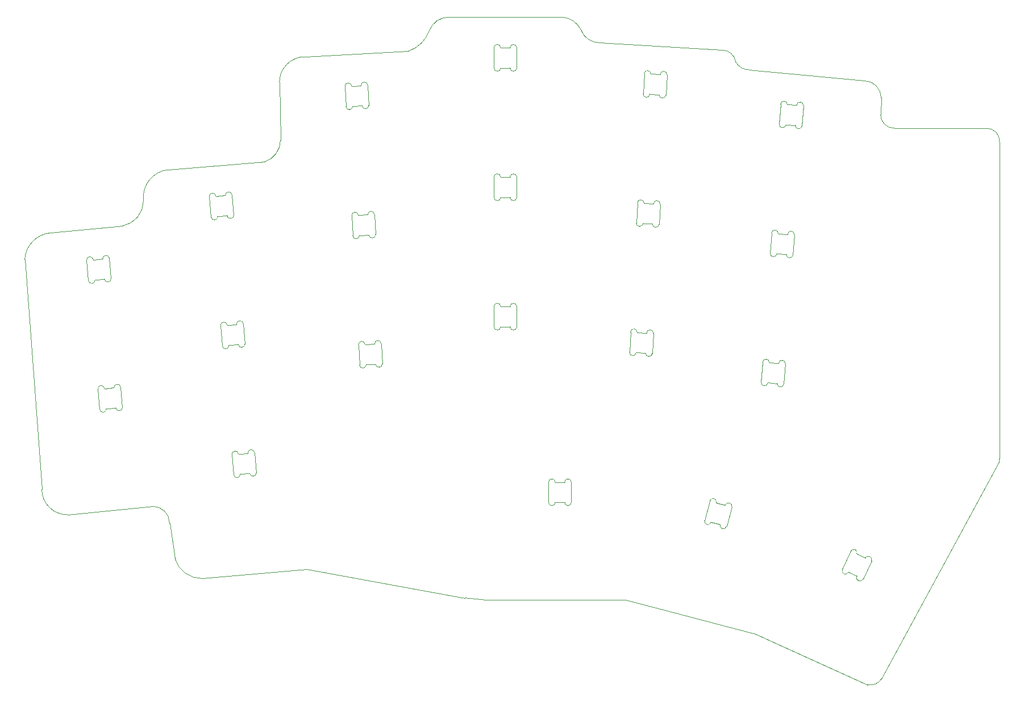
<source format=gbr>
%TF.GenerationSoftware,KiCad,Pcbnew,(6.0.7)*%
%TF.CreationDate,2022-10-20T09:52:42+02:00*%
%TF.ProjectId,Hopper-mx,486f7070-6572-42d6-9d78-2e6b69636164,rev?*%
%TF.SameCoordinates,Original*%
%TF.FileFunction,Profile,NP*%
%FSLAX46Y46*%
G04 Gerber Fmt 4.6, Leading zero omitted, Abs format (unit mm)*
G04 Created by KiCad (PCBNEW (6.0.7)) date 2022-10-20 09:52:42*
%MOMM*%
%LPD*%
G01*
G04 APERTURE LIST*
%TA.AperFunction,Profile*%
%ADD10C,0.100000*%
%TD*%
G04 APERTURE END LIST*
D10*
X174499517Y-27664767D02*
G75*
G03*
X172505469Y-25927077I-1994017J-275233D01*
G01*
X104377649Y-42574718D02*
X89934929Y-43765697D01*
X131806567Y-21005311D02*
G75*
G03*
X128868208Y-22999045I-36267J-3108689D01*
G01*
X90170000Y-96520000D02*
X90946695Y-101737240D01*
X151442834Y-22860017D02*
G75*
G03*
X154223477Y-24819969I2725666J914517D01*
G01*
X110332546Y-26924246D02*
G75*
G03*
X106522546Y-30734245I4J-3810004D01*
G01*
X95042985Y-104761910D02*
X110645326Y-103335978D01*
X68580000Y-57150000D02*
X71120000Y-91440000D01*
X125730008Y-26085552D02*
G75*
G03*
X128868208Y-22999045I-1523208J4687352D01*
G01*
X193644494Y-30494599D02*
X176506153Y-28862589D01*
X213820000Y-82804000D02*
X213820000Y-86868000D01*
X194216000Y-120640000D02*
X177452000Y-113020000D01*
X72472825Y-53192883D02*
G75*
G03*
X68580000Y-57150000I310545J-4198847D01*
G01*
X194216008Y-120639950D02*
G75*
G03*
X196253578Y-119688270I307392J1998950D01*
G01*
X213741793Y-87349931D02*
G75*
G03*
X213820000Y-86868000I-1445793J481931D01*
G01*
X213820000Y-60960000D02*
X213820000Y-39624000D01*
X196100746Y-35560000D02*
X196184494Y-33034599D01*
X151442931Y-22859977D02*
G75*
G03*
X148608995Y-21005119I-3053031J-1572223D01*
G01*
X213741793Y-87349931D02*
X196253578Y-119688270D01*
X125730000Y-26085527D02*
X110332546Y-26924245D01*
X134151804Y-107651532D02*
G75*
G03*
X136932196Y-107940000I5563096J40076132D01*
G01*
X90946714Y-101737235D02*
G75*
G03*
X95042985Y-104761910I3983086J1108135D01*
G01*
X148608995Y-21005119D02*
X131806567Y-21005309D01*
X213820000Y-60960000D02*
X213820000Y-82804000D01*
X158148000Y-107940000D02*
X136932196Y-107940000D01*
X104377667Y-42574773D02*
G75*
G03*
X106680000Y-39370000I-1085567J3209273D01*
G01*
X196184501Y-33034599D02*
G75*
G03*
X193644494Y-30494599I-2540001J-1D01*
G01*
X83174864Y-52152873D02*
G75*
G03*
X86271119Y-48362660I-720814J3748623D01*
G01*
X196100746Y-35560000D02*
G75*
G03*
X198120000Y-37579254I2019254J0D01*
G01*
X106522546Y-30734245D02*
X106680000Y-39370000D01*
X90170000Y-96520000D02*
G75*
G03*
X87630000Y-93980000I-2540000J0D01*
G01*
X174499510Y-27664758D02*
G75*
G03*
X176506153Y-28862589I2006690J1081958D01*
G01*
X83174864Y-52152875D02*
X72472825Y-53192885D01*
X213820002Y-39624000D02*
G75*
G03*
X211923159Y-37592000I-1896802J130700D01*
G01*
X87630000Y-93980000D02*
X74930000Y-95250000D01*
X134151804Y-107651529D02*
X110645326Y-103335978D01*
X89934930Y-43765705D02*
G75*
G03*
X86271119Y-48362660I462660J-4127265D01*
G01*
X211923159Y-37592000D02*
X198120000Y-37579254D01*
X71120000Y-91440000D02*
G75*
G03*
X74930000Y-95250000I3810000J0D01*
G01*
X172505469Y-25927077D02*
X154223477Y-24819969D01*
X177452000Y-113020000D02*
X158148000Y-107940000D01*
%TO.C,L7*%
X82130988Y-79297603D02*
X80736316Y-79419621D01*
X79478654Y-76518192D02*
X79740121Y-79506777D01*
X81869521Y-76309019D02*
X80474848Y-76431037D01*
X83127183Y-79210447D02*
X82865716Y-76221863D01*
X82865715Y-76221863D02*
G75*
G03*
X81869521Y-76309019I-498097J-43578D01*
G01*
X80474848Y-76431037D02*
G75*
G03*
X79478654Y-76518192I-498097J-43578D01*
G01*
X82130987Y-79297603D02*
G75*
G03*
X83127183Y-79210447I498098J43578D01*
G01*
X79740120Y-79506777D02*
G75*
G03*
X80736316Y-79419621I498098J43578D01*
G01*
%TO.C,L13*%
X99435502Y-86278733D02*
X99696969Y-89267318D01*
X102087836Y-89058144D02*
X100693164Y-89180162D01*
X103084031Y-88970988D02*
X102822564Y-85982404D01*
X101826369Y-86069560D02*
X100431696Y-86191578D01*
X102822563Y-85982404D02*
G75*
G03*
X101826369Y-86069560I-498097J-43578D01*
G01*
X102087835Y-89058144D02*
G75*
G03*
X103084031Y-88970988I498098J43578D01*
G01*
X100431696Y-86191578D02*
G75*
G03*
X99435502Y-86278733I-498097J-43578D01*
G01*
X99696968Y-89267318D02*
G75*
G03*
X100693164Y-89180162I498098J43578D01*
G01*
%TO.C,L19*%
X172188154Y-96716969D02*
X170835858Y-96354623D01*
X173154080Y-96975789D02*
X173930537Y-94078011D01*
X172964611Y-93819192D02*
X171612315Y-93456845D01*
X170646389Y-93198026D02*
X169869932Y-96095804D01*
X172188154Y-96716969D02*
G75*
G03*
X173154080Y-96975789I482963J-129410D01*
G01*
X171612315Y-93456845D02*
G75*
G03*
X170646389Y-93198026I-482963J129409D01*
G01*
X173930537Y-94078011D02*
G75*
G03*
X172964611Y-93819192I-482963J129410D01*
G01*
X169869932Y-96095804D02*
G75*
G03*
X170835858Y-96354623I482963J-129409D01*
G01*
%TO.C,L15*%
X140894392Y-67191529D02*
X139494392Y-67191529D01*
X140894392Y-64191529D02*
X139494392Y-64191529D01*
X141894392Y-67191529D02*
X141894392Y-64191529D01*
X138494392Y-64191529D02*
X138494392Y-67191529D01*
X139494392Y-64191529D02*
G75*
G03*
X138494392Y-64191529I-500000J0D01*
G01*
X141894392Y-64191529D02*
G75*
G03*
X140894392Y-64191529I-500000J0D01*
G01*
X138494392Y-67191529D02*
G75*
G03*
X139494392Y-67191529I500000J0D01*
G01*
X140894392Y-67191529D02*
G75*
G03*
X141894392Y-67191529I500000J0D01*
G01*
%TO.C,L18*%
X146619424Y-90390968D02*
X146619424Y-93390968D01*
X150019424Y-93390968D02*
X150019424Y-90390968D01*
X149019424Y-93390968D02*
X147619424Y-93390968D01*
X149019424Y-90390968D02*
X147619424Y-90390968D01*
X147619424Y-90390968D02*
G75*
G03*
X146619424Y-90390968I-500000J0D01*
G01*
X149019424Y-93390968D02*
G75*
G03*
X150019424Y-93390968I500000J0D01*
G01*
X146619424Y-93390968D02*
G75*
G03*
X147619424Y-93390968I500000J0D01*
G01*
X150019424Y-90390968D02*
G75*
G03*
X149019424Y-90390968I-500000J0D01*
G01*
%TO.C,L20*%
X192562410Y-104422774D02*
X191293579Y-103831109D01*
X193468717Y-104845393D02*
X194736572Y-102126469D01*
X191655126Y-100689567D02*
X190387271Y-103408491D01*
X193830264Y-101703851D02*
X192561433Y-101112185D01*
X192562411Y-104422775D02*
G75*
G03*
X193468717Y-104845393I453153J-211309D01*
G01*
X190387271Y-103408491D02*
G75*
G03*
X191293579Y-103831109I453154J-211309D01*
G01*
X192561434Y-101112185D02*
G75*
G03*
X191655126Y-100689567I-453154J211309D01*
G01*
X194736572Y-102126469D02*
G75*
G03*
X193830264Y-101703851I-453154J211309D01*
G01*
%TO.C,L8*%
X101401576Y-69740446D02*
X101140109Y-66751862D01*
X97753047Y-67048191D02*
X98014514Y-70036776D01*
X100143914Y-66839018D02*
X98749241Y-66961036D01*
X100405381Y-69827602D02*
X99010709Y-69949620D01*
X101140108Y-66751862D02*
G75*
G03*
X100143914Y-66839018I-498097J-43578D01*
G01*
X100405380Y-69827602D02*
G75*
G03*
X101401576Y-69740446I498098J43578D01*
G01*
X98749241Y-66961036D02*
G75*
G03*
X97753047Y-67048191I-498097J-43578D01*
G01*
X98014513Y-70036776D02*
G75*
G03*
X99010709Y-69949620I498098J43578D01*
G01*
%TO.C,L6*%
X183388494Y-37136927D02*
X181991904Y-37039268D01*
X181203610Y-33976819D02*
X180994340Y-36969511D01*
X184386058Y-37206683D02*
X184595328Y-34213991D01*
X183597763Y-34144234D02*
X182201174Y-34046575D01*
X183388494Y-37136927D02*
G75*
G03*
X184386058Y-37206683I498782J-34878D01*
G01*
X180994340Y-36969511D02*
G75*
G03*
X181991904Y-37039268I498782J-34878D01*
G01*
X182201174Y-34046575D02*
G75*
G03*
X181203610Y-33976819I-498782J34878D01*
G01*
X184595327Y-34213991D02*
G75*
G03*
X183597763Y-34144234I-498782J34878D01*
G01*
%TO.C,L11*%
X162252194Y-48845410D02*
X160854112Y-48772139D01*
X162095186Y-51841298D02*
X160697104Y-51768028D01*
X163093815Y-51893634D02*
X163250823Y-48897746D01*
X159855483Y-48719803D02*
X159698475Y-51715692D01*
X160854113Y-48772139D02*
G75*
G03*
X159855483Y-48719803I-499315J26168D01*
G01*
X163250822Y-48897746D02*
G75*
G03*
X162252194Y-48845410I-499314J26168D01*
G01*
X162095187Y-51841298D02*
G75*
G03*
X163093815Y-51893634I499314J-26168D01*
G01*
X159698476Y-51715692D02*
G75*
G03*
X160697104Y-51768028I499314J-26168D01*
G01*
%TO.C,L5*%
X164104108Y-32616090D02*
X164261116Y-29620202D01*
X160865776Y-29442259D02*
X160708768Y-32438148D01*
X163105479Y-32563754D02*
X161707397Y-32490484D01*
X163262487Y-29567866D02*
X161864405Y-29494595D01*
X163105480Y-32563754D02*
G75*
G03*
X164104108Y-32616090I499314J-26168D01*
G01*
X164261115Y-29620202D02*
G75*
G03*
X163262487Y-29567866I-499314J26168D01*
G01*
X161864406Y-29494595D02*
G75*
G03*
X160865776Y-29442259I-499315J26168D01*
G01*
X160708769Y-32438148D02*
G75*
G03*
X161707397Y-32490484I499314J-26168D01*
G01*
%TO.C,L10*%
X138494392Y-44887529D02*
X138494392Y-47887529D01*
X140894392Y-47887529D02*
X139494392Y-47887529D01*
X140894392Y-44887529D02*
X139494392Y-44887529D01*
X141894392Y-47887529D02*
X141894392Y-44887529D01*
X140894392Y-47887529D02*
G75*
G03*
X141894392Y-47887529I500000J0D01*
G01*
X138494392Y-47887529D02*
G75*
G03*
X139494392Y-47887529I500000J0D01*
G01*
X141894392Y-44887529D02*
G75*
G03*
X140894392Y-44887529I-500000J0D01*
G01*
X139494392Y-44887529D02*
G75*
G03*
X138494392Y-44887529I-500000J0D01*
G01*
%TO.C,L2*%
X98722927Y-50597060D02*
X97328255Y-50719078D01*
X99719122Y-50509904D02*
X99457655Y-47521320D01*
X96070593Y-47817649D02*
X96332060Y-50806234D01*
X98461460Y-47608476D02*
X97066787Y-47730494D01*
X97066787Y-47730494D02*
G75*
G03*
X96070593Y-47817649I-498097J-43578D01*
G01*
X98722926Y-50597060D02*
G75*
G03*
X99719122Y-50509904I498098J43578D01*
G01*
X99457654Y-47521320D02*
G75*
G03*
X98461460Y-47608476I-498097J-43578D01*
G01*
X96332059Y-50806234D02*
G75*
G03*
X97328255Y-50719078I498098J43578D01*
G01*
%TO.C,L16*%
X161084893Y-71118843D02*
X159686811Y-71045573D01*
X158845190Y-67997348D02*
X158688182Y-70993237D01*
X161241901Y-68122955D02*
X159843819Y-68049684D01*
X162083522Y-71171179D02*
X162240530Y-68175291D01*
X161084894Y-71118843D02*
G75*
G03*
X162083522Y-71171179I499314J-26168D01*
G01*
X162240529Y-68175291D02*
G75*
G03*
X161241901Y-68122955I-499314J26168D01*
G01*
X159843820Y-68049684D02*
G75*
G03*
X158845190Y-67997348I-499315J26168D01*
G01*
X158688183Y-70993237D02*
G75*
G03*
X159686811Y-71045573I499314J-26168D01*
G01*
%TO.C,L9*%
X117292348Y-50621411D02*
X117449356Y-53617299D01*
X119846067Y-53491693D02*
X118447985Y-53564963D01*
X119689059Y-50495804D02*
X118290977Y-50569075D01*
X120844696Y-53439357D02*
X120687688Y-50443468D01*
X119846066Y-53491693D02*
G75*
G03*
X120844696Y-53439357I499315J26168D01*
G01*
X118290978Y-50569075D02*
G75*
G03*
X117292348Y-50621411I-499315J-26168D01*
G01*
X120687687Y-50443468D02*
G75*
G03*
X119689059Y-50495804I-499314J-26168D01*
G01*
X117449355Y-53617299D02*
G75*
G03*
X118447985Y-53564963I499315J26168D01*
G01*
%TO.C,L17*%
X180904605Y-72658188D02*
X179508016Y-72560529D01*
X181692900Y-75720637D02*
X181902170Y-72727945D01*
X178510452Y-72490773D02*
X178301182Y-75483465D01*
X180695336Y-75650881D02*
X179298746Y-75553222D01*
X179508016Y-72560529D02*
G75*
G03*
X178510452Y-72490773I-498782J34878D01*
G01*
X181902169Y-72727945D02*
G75*
G03*
X180904605Y-72658188I-498782J34878D01*
G01*
X180695336Y-75650881D02*
G75*
G03*
X181692900Y-75720637I498782J-34878D01*
G01*
X178301182Y-75483465D02*
G75*
G03*
X179298746Y-75553222I498782J-34878D01*
G01*
%TO.C,L4*%
X140894392Y-25583529D02*
X139494392Y-25583529D01*
X138494392Y-25583529D02*
X138494392Y-28583529D01*
X141894392Y-28583529D02*
X141894392Y-25583529D01*
X140894392Y-28583529D02*
X139494392Y-28583529D01*
X138494392Y-28583529D02*
G75*
G03*
X139494392Y-28583529I500000J0D01*
G01*
X141894392Y-25583529D02*
G75*
G03*
X140894392Y-25583529I-500000J0D01*
G01*
X139494392Y-25583529D02*
G75*
G03*
X138494392Y-25583529I-500000J0D01*
G01*
X140894392Y-28583529D02*
G75*
G03*
X141894392Y-28583529I500000J0D01*
G01*
%TO.C,L3*%
X116282055Y-31343867D02*
X116439063Y-34339755D01*
X118678766Y-31218260D02*
X117280684Y-31291531D01*
X119834403Y-34161813D02*
X119677395Y-31165924D01*
X118835774Y-34214149D02*
X117437692Y-34287419D01*
X119677394Y-31165924D02*
G75*
G03*
X118678766Y-31218260I-499314J-26168D01*
G01*
X117280685Y-31291531D02*
G75*
G03*
X116282055Y-31343867I-499315J-26168D01*
G01*
X116439062Y-34339755D02*
G75*
G03*
X117437692Y-34287419I499315J26168D01*
G01*
X118835773Y-34214149D02*
G75*
G03*
X119834403Y-34161813I499315J26168D01*
G01*
%TO.C,L14*%
X118302642Y-69898955D02*
X118459650Y-72894843D01*
X120856361Y-72769237D02*
X119458279Y-72842507D01*
X121854990Y-72716901D02*
X121697982Y-69721012D01*
X120699353Y-69773348D02*
X119301271Y-69846619D01*
X121697981Y-69721012D02*
G75*
G03*
X120699353Y-69773348I-499314J-26168D01*
G01*
X118459649Y-72894843D02*
G75*
G03*
X119458279Y-72842507I499315J26168D01*
G01*
X120856360Y-72769237D02*
G75*
G03*
X121854990Y-72716901I499315J26168D01*
G01*
X119301272Y-69846619D02*
G75*
G03*
X118302642Y-69898955I-499315J-26168D01*
G01*
%TO.C,L1*%
X77796200Y-57287650D02*
X78057667Y-60276235D01*
X81444729Y-59979905D02*
X81183262Y-56991321D01*
X80187067Y-57078477D02*
X78792394Y-57200495D01*
X80448534Y-60067061D02*
X79053862Y-60189079D01*
X80448533Y-60067061D02*
G75*
G03*
X81444729Y-59979905I498098J43578D01*
G01*
X78057666Y-60276235D02*
G75*
G03*
X79053862Y-60189079I498098J43578D01*
G01*
X78792394Y-57200495D02*
G75*
G03*
X77796200Y-57287650I-498097J-43578D01*
G01*
X81183261Y-56991321D02*
G75*
G03*
X80187067Y-57078477I-498097J-43578D01*
G01*
%TO.C,L12*%
X182251183Y-53401211D02*
X180854594Y-53303552D01*
X183039478Y-56463660D02*
X183248748Y-53470968D01*
X179857030Y-53233796D02*
X179647760Y-56226488D01*
X182041914Y-56393904D02*
X180645324Y-56296245D01*
X180854594Y-53303552D02*
G75*
G03*
X179857030Y-53233796I-498782J34878D01*
G01*
X183248747Y-53470968D02*
G75*
G03*
X182251183Y-53401211I-498782J34878D01*
G01*
X182041914Y-56393904D02*
G75*
G03*
X183039478Y-56463660I498782J-34878D01*
G01*
X179647760Y-56226488D02*
G75*
G03*
X180645324Y-56296245I498782J-34878D01*
G01*
%TD*%
M02*

</source>
